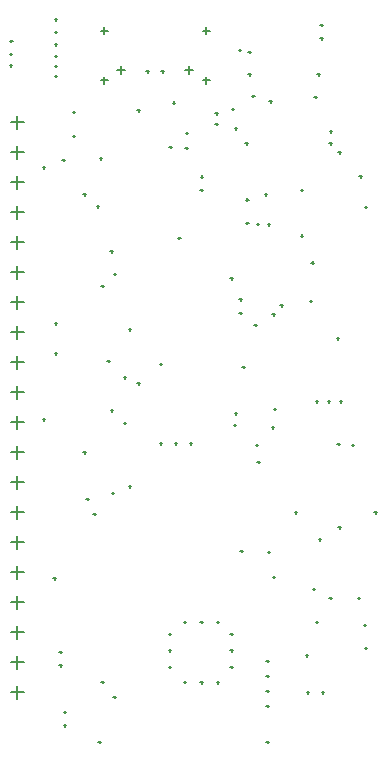
<source format=gbr>
G04*
G04 #@! TF.GenerationSoftware,Altium Limited,Altium Designer,25.2.1 (25)*
G04*
G04 Layer_Color=128*
%FSLAX25Y25*%
%MOIN*%
G70*
G04*
G04 #@! TF.SameCoordinates,6E7B483F-BFF1-4FB3-8246-CE29AB42D2EF*
G04*
G04*
G04 #@! TF.FilePolarity,Positive*
G04*
G01*
G75*
%ADD15C,0.00500*%
D15*
X-58165Y-3000D02*
X-53835D01*
X-56000Y-5165D02*
Y-835D01*
X-58165Y-13000D02*
X-53835D01*
X-56000Y-15165D02*
Y-10835D01*
X-58165Y7000D02*
X-53835D01*
X-56000Y4835D02*
Y9165D01*
X-58165Y-43000D02*
X-53835D01*
X-56000Y-45165D02*
Y-40835D01*
X-58165Y-33000D02*
X-53835D01*
X-56000Y-35165D02*
Y-30835D01*
X-58165Y17000D02*
X-53835D01*
X-56000Y14835D02*
Y19165D01*
X-58165Y57000D02*
X-53835D01*
X-56000Y54835D02*
Y59165D01*
X-58165Y-93000D02*
X-53835D01*
X-56000Y-95165D02*
Y-90835D01*
X-58165Y-83000D02*
X-53835D01*
X-56000Y-85165D02*
Y-80835D01*
X-58165Y-63000D02*
X-53835D01*
X-56000Y-65165D02*
Y-60835D01*
X-58165Y-53000D02*
X-53835D01*
X-56000Y-55165D02*
Y-50835D01*
X-58165Y-73000D02*
X-53835D01*
X-56000Y-75165D02*
Y-70835D01*
X-58165Y27000D02*
X-53835D01*
X-56000Y24835D02*
Y29165D01*
X-58165Y37000D02*
X-53835D01*
X-56000Y34835D02*
Y39165D01*
X-58165Y77000D02*
X-53835D01*
X-56000Y74835D02*
Y79165D01*
X-58165Y87000D02*
X-53835D01*
X-56000Y84835D02*
Y89165D01*
X-58165Y47000D02*
X-53835D01*
X-56000Y44835D02*
Y49165D01*
X-58165Y67000D02*
X-53835D01*
X-56000Y64835D02*
Y69165D01*
X-58165Y-103000D02*
X-53835D01*
X-56000Y-105165D02*
Y-100835D01*
X-58165Y-23000D02*
X-53835D01*
X-56000Y-25165D02*
Y-20835D01*
X5827Y117500D02*
X8189D01*
X7008Y116319D02*
Y118681D01*
X5827Y101043D02*
X8189D01*
X7008Y99862D02*
Y102224D01*
X98Y104512D02*
X2657D01*
X1378Y103232D02*
Y105791D01*
X-28189Y117500D02*
X-25827D01*
X-27008Y116319D02*
Y118681D01*
X-22658Y104512D02*
X-20098D01*
X-21378Y103232D02*
Y105791D01*
X-28189Y101043D02*
X-25827D01*
X-27008Y99862D02*
Y102224D01*
X50606Y15000D02*
X51394D01*
X51000Y14606D02*
Y15394D01*
X29606Y-8500D02*
X30394D01*
X30000Y-8894D02*
Y-8106D01*
X28965Y-14642D02*
X29752D01*
X29358Y-15035D02*
Y-14248D01*
X-27894Y32500D02*
X-27106D01*
X-27500Y32106D02*
Y32894D01*
X-23793Y36400D02*
X-23006D01*
X-23400Y36006D02*
Y36793D01*
X-43394Y121319D02*
X-42606D01*
X-43000Y120926D02*
Y121713D01*
X-25894Y7500D02*
X-25106D01*
X-25500Y7106D02*
Y7894D01*
X44106Y103000D02*
X44894D01*
X44500Y102606D02*
Y103394D01*
X-18871Y17987D02*
X-18083D01*
X-18477Y17593D02*
Y18381D01*
X63106Y-43000D02*
X63894D01*
X63500Y-43394D02*
Y-42606D01*
X36606Y-43000D02*
X37394D01*
X37000Y-43394D02*
Y-42606D01*
X-18687Y-34307D02*
X-17900D01*
X-18293Y-34701D02*
Y-33913D01*
X-24538Y-36429D02*
X-23751D01*
X-24144Y-36822D02*
Y-36035D01*
X50746Y-20106D02*
X51533D01*
X51140Y-20500D02*
Y-19712D01*
X19106Y5500D02*
X19894D01*
X19500Y5106D02*
Y5894D01*
X48266Y84000D02*
X49053D01*
X48660Y83606D02*
Y84394D01*
X43108Y95504D02*
X43896D01*
X43502Y95110D02*
Y95897D01*
X-37394Y90500D02*
X-36606D01*
X-37000Y90106D02*
Y90894D01*
X-12894Y104000D02*
X-12106D01*
X-12500Y103606D02*
Y104394D01*
X-7894Y104000D02*
X-7106D01*
X-7500Y103606D02*
Y104394D01*
X-5243Y78849D02*
X-4456D01*
X-4849Y78456D02*
Y79243D01*
X28106Y94000D02*
X28894D01*
X28500Y93606D02*
Y94394D01*
X22335Y95746D02*
X23122D01*
X22728Y95352D02*
Y96140D01*
X-43394Y113000D02*
X-42606D01*
X-43000Y112606D02*
Y113394D01*
X-43394Y117097D02*
X-42606D01*
X-43000Y116703D02*
Y117490D01*
X-43484Y109226D02*
X-42697D01*
X-43091Y108833D02*
Y109620D01*
X-43394Y105840D02*
X-42606D01*
X-43000Y105447D02*
Y106234D01*
X-43394Y102500D02*
X-42606D01*
X-43000Y102106D02*
Y102894D01*
X-58400Y109778D02*
X-57613D01*
X-58006Y109384D02*
Y110172D01*
X-58337Y114071D02*
X-57550D01*
X-57944Y113678D02*
Y114465D01*
X-58394Y106000D02*
X-57606D01*
X-58000Y105606D02*
Y106394D01*
X-30590Y-43549D02*
X-29802D01*
X-30196Y-43943D02*
Y-43156D01*
X-32894Y-38500D02*
X-32106D01*
X-32500Y-38894D02*
Y-38106D01*
X10606Y-99660D02*
X11394D01*
X11000Y-100053D02*
Y-99266D01*
X5106Y-99660D02*
X5894D01*
X5500Y-100053D02*
Y-99266D01*
X-354Y-99620D02*
X433D01*
X39Y-100014D02*
Y-99227D01*
X59606Y-80500D02*
X60394D01*
X60000Y-80894D02*
Y-80106D01*
X44606Y-52000D02*
X45394D01*
X45000Y-52394D02*
Y-51606D01*
X27487Y-56119D02*
X28275D01*
X27881Y-56513D02*
Y-55725D01*
X24106Y-26166D02*
X24894D01*
X24500Y-26559D02*
Y-25772D01*
X23604Y-20448D02*
X24392D01*
X23998Y-20841D02*
Y-20054D01*
X55608Y-20448D02*
X56396D01*
X56002Y-20841D02*
Y-20054D01*
X29106Y23000D02*
X29894D01*
X29500Y22606D02*
Y23394D01*
X23106Y19500D02*
X23894D01*
X23500Y19106D02*
Y19894D01*
X31722Y26000D02*
X32509D01*
X32116Y25606D02*
Y26394D01*
X-15894Y91000D02*
X-15106D01*
X-15500Y90606D02*
Y91394D01*
X45606Y-103000D02*
X46394D01*
X46000Y-103394D02*
Y-102606D01*
X40606Y-103000D02*
X41394D01*
X41000Y-103394D02*
Y-102606D01*
X-40894Y74500D02*
X-40106D01*
X-40500Y74106D02*
Y74894D01*
X17830Y111181D02*
X18617D01*
X18224Y110788D02*
Y111575D01*
X-33894Y63000D02*
X-33106D01*
X-33500Y62606D02*
Y63394D01*
X-29394Y59000D02*
X-28606D01*
X-29000Y58606D02*
Y59394D01*
X41606Y27500D02*
X42394D01*
X42000Y27106D02*
Y27894D01*
X23932Y53058D02*
X24719D01*
X24325Y52665D02*
Y53452D01*
X27606Y53000D02*
X28394D01*
X28000Y52606D02*
Y53394D01*
X16606Y-10000D02*
X17394D01*
X17000Y-10394D02*
Y-9606D01*
X26606Y63000D02*
X27394D01*
X27000Y62606D02*
Y63394D01*
X18106Y23500D02*
X18894D01*
X18500Y23106D02*
Y23894D01*
X18106Y28000D02*
X18894D01*
X18500Y27606D02*
Y28394D01*
X20350Y53369D02*
X21138D01*
X20744Y52975D02*
Y53763D01*
X5106Y64500D02*
X5894D01*
X5500Y64106D02*
Y64894D01*
X5189Y68922D02*
X5977D01*
X5583Y68529D02*
Y69316D01*
X-28394Y75000D02*
X-27606D01*
X-28000Y74606D02*
Y75394D01*
X-15894Y0D02*
X-15106D01*
X-15500Y-394D02*
Y394D01*
X43606Y-6000D02*
X44394D01*
X44000Y-6394D02*
Y-5606D01*
X42606Y-68500D02*
X43394D01*
X43000Y-68894D02*
Y-68106D01*
X40303Y-90697D02*
X41091D01*
X40697Y-91091D02*
Y-90303D01*
X43606Y-79500D02*
X44394D01*
X44000Y-79894D02*
Y-79106D01*
X47606Y-6000D02*
X48394D01*
X48000Y-6394D02*
Y-5606D01*
X51606Y-6000D02*
X52394D01*
X52000Y-6394D02*
Y-5606D01*
X-47394Y-12000D02*
X-46606D01*
X-47000Y-12394D02*
Y-11606D01*
X-33894Y-23000D02*
X-33106D01*
X-33500Y-23394D02*
Y-22606D01*
X-8394Y-20000D02*
X-7606D01*
X-8000Y-20394D02*
Y-19606D01*
X-20423Y-13272D02*
X-19635D01*
X-20029Y-13666D02*
Y-12878D01*
X-40394Y-114000D02*
X-39606D01*
X-40000Y-114394D02*
Y-113606D01*
X-40425Y-109468D02*
X-39638D01*
X-40031Y-109862D02*
Y-109075D01*
X-41894Y-89500D02*
X-41106D01*
X-41500Y-89894D02*
Y-89106D01*
X-41894Y-94000D02*
X-41106D01*
X-41500Y-94394D02*
Y-93606D01*
X-3394Y-20000D02*
X-2606D01*
X-3000Y-20394D02*
Y-19606D01*
X1606Y-20000D02*
X2394D01*
X2000Y-20394D02*
Y-19606D01*
X-24707Y-8988D02*
X-23920D01*
X-24313Y-9381D02*
Y-8594D01*
X-20394Y2000D02*
X-19606D01*
X-20000Y1606D02*
Y2394D01*
X29264Y-64500D02*
X30051D01*
X29658Y-64894D02*
Y-64106D01*
X18403Y-55796D02*
X19190D01*
X18796Y-56190D02*
Y-55402D01*
X15106Y-83500D02*
X15894D01*
X15500Y-83894D02*
Y-83106D01*
X27106Y-92500D02*
X27894D01*
X27500Y-92894D02*
Y-92106D01*
X27106Y-97500D02*
X27894D01*
X27500Y-97894D02*
Y-97106D01*
X27106Y-102500D02*
X27894D01*
X27500Y-102894D02*
Y-102106D01*
X27106Y-107500D02*
X27894D01*
X27500Y-107894D02*
Y-107106D01*
X15106Y35000D02*
X15894D01*
X15500Y34606D02*
Y35394D01*
X38491Y49256D02*
X39278D01*
X38884Y48862D02*
Y49650D01*
X16508Y85000D02*
X17296D01*
X16902Y84606D02*
Y85394D01*
X38491Y64500D02*
X39278D01*
X38884Y64106D02*
Y64894D01*
X42106Y40244D02*
X42894D01*
X42500Y39850D02*
Y40638D01*
X20106Y80000D02*
X20894D01*
X20500Y79606D02*
Y80394D01*
X57606Y-71500D02*
X58394D01*
X58000Y-71894D02*
Y-71106D01*
X48106Y-71500D02*
X48894D01*
X48500Y-71894D02*
Y-71106D01*
X51106Y-48000D02*
X51894D01*
X51500Y-48394D02*
Y-47606D01*
X16257Y-13849D02*
X17044D01*
X16651Y-14243D02*
Y-13456D01*
X51106Y77000D02*
X51894D01*
X51500Y76606D02*
Y77394D01*
X48106Y80000D02*
X48894D01*
X48500Y79606D02*
Y80394D01*
X106Y78384D02*
X894D01*
X500Y77991D02*
Y78778D01*
X-2294Y48401D02*
X-1507D01*
X-1901Y48007D02*
Y48794D01*
X59905Y-88299D02*
X60693D01*
X60299Y-88693D02*
Y-87906D01*
X-8394Y6500D02*
X-7606D01*
X-8000Y6106D02*
Y6894D01*
X-43894Y-65000D02*
X-43106D01*
X-43500Y-65394D02*
Y-64606D01*
X15606Y91500D02*
X16394D01*
X16000Y91106D02*
Y91894D01*
X59792Y58814D02*
X60580D01*
X60186Y58420D02*
Y59208D01*
X58106Y69000D02*
X58894D01*
X58500Y68606D02*
Y69394D01*
X45106Y115000D02*
X45894D01*
X45500Y114606D02*
Y115394D01*
X45106Y119500D02*
X45894D01*
X45500Y119106D02*
Y119894D01*
X21106Y103000D02*
X21894D01*
X21500Y102606D02*
Y103394D01*
X21106Y110500D02*
X21894D01*
X21500Y110106D02*
Y110894D01*
X20350Y61256D02*
X21138D01*
X20744Y60862D02*
Y61650D01*
X-24894Y44000D02*
X-24106D01*
X-24500Y43606D02*
Y44394D01*
X-43394Y10000D02*
X-42606D01*
X-43000Y9606D02*
Y10394D01*
X-43394Y20000D02*
X-42606D01*
X-43000Y19606D02*
Y20394D01*
X-4020Y93626D02*
X-3232D01*
X-3626Y93232D02*
Y94020D01*
X-28894Y-119500D02*
X-28106D01*
X-28500Y-119894D02*
Y-119106D01*
X27106Y-119500D02*
X27894D01*
X27500Y-119894D02*
Y-119106D01*
X15106Y-94500D02*
X15894D01*
X15500Y-94894D02*
Y-94106D01*
X15106Y-89000D02*
X15894D01*
X15500Y-89394D02*
Y-88606D01*
X10606Y-79500D02*
X11394D01*
X11000Y-79894D02*
Y-79106D01*
X5106Y-79500D02*
X5894D01*
X5500Y-79894D02*
Y-79106D01*
X-394Y-79500D02*
X394D01*
X0Y-79894D02*
Y-79106D01*
X-5394Y-83500D02*
X-4606D01*
X-5000Y-83894D02*
Y-83106D01*
X-5394Y-89000D02*
X-4606D01*
X-5000Y-89394D02*
Y-88606D01*
X-5394Y-94500D02*
X-4606D01*
X-5000Y-94894D02*
Y-94106D01*
X-23894Y-104500D02*
X-23106D01*
X-23500Y-104894D02*
Y-104106D01*
X-27894Y-99500D02*
X-27106D01*
X-27500Y-99894D02*
Y-99106D01*
X10106Y86500D02*
X10894D01*
X10500Y86106D02*
Y86894D01*
X10106Y90000D02*
X10894D01*
X10500Y89606D02*
Y90394D01*
X247Y83509D02*
X1034D01*
X641Y83115D02*
Y83903D01*
X-37394Y82500D02*
X-36606D01*
X-37000Y82106D02*
Y82894D01*
X-47394Y72000D02*
X-46606D01*
X-47000Y71606D02*
Y72394D01*
M02*

</source>
